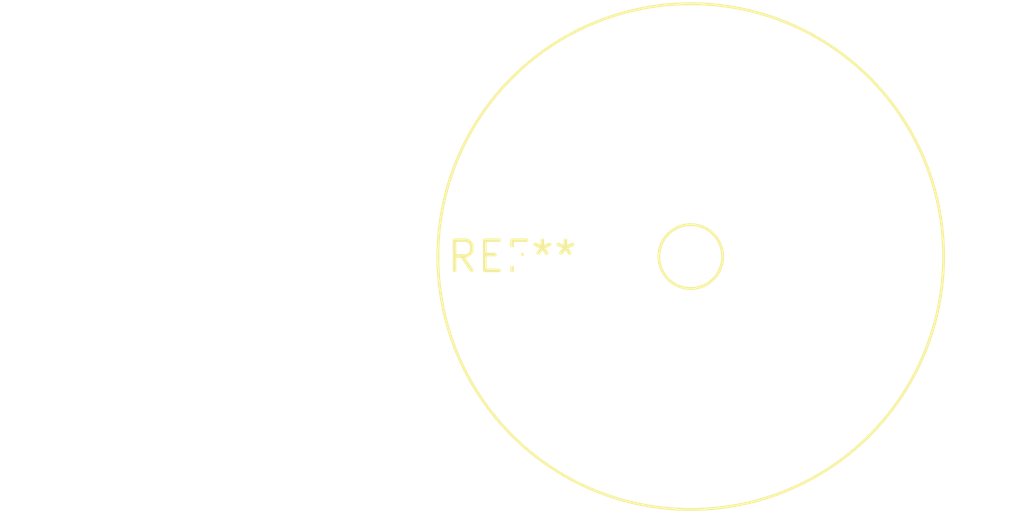
<source format=kicad_pcb>
(kicad_pcb (version 20240108) (generator pcbnew)
  (layers (0 "F.Cu" signal) (31 "B.Cu" signal) (34 "B.Paste" user) (35 "F.Paste" user) (36 "B.SilkS" user "B.Silkscreen") (37 "F.SilkS" user "F.Silkscreen") (38 "B.Mask" user) (39 "F.Mask" user) (44 "Edge.Cuts" user))
  (net 0 "")
  (footprint "L_Radial_D21.0mm_P15.00mm_Vishay_IHB-2" (layer "F.Cu") (at 0 0)
    (property "Reference" "REF**")
    (property "Value" "L_Radial_D21.0mm_P15.00mm_Vishay_IHB-2")
    (fp_circle (center 7.5 0) (end 8.84 0) (layer "F.SilkS") (stroke (width 0.12)) (fill none))
    (fp_circle (center 7.5 0) (end 18.12 0) (layer "F.SilkS") (stroke (width 0.12)) (fill none))
    (pad "1" thru_hole circle (at 0 0) (size 1.6 1.6) (drill 0.8) (layers *.Cu *.Mask) (remove_unused_layers))
    (pad "2" thru_hole circle (at 15 0) (size 1.6 1.6) (drill 0.8) (layers *.Cu *.Mask) (remove_unused_layers))
  )
)
</source>
